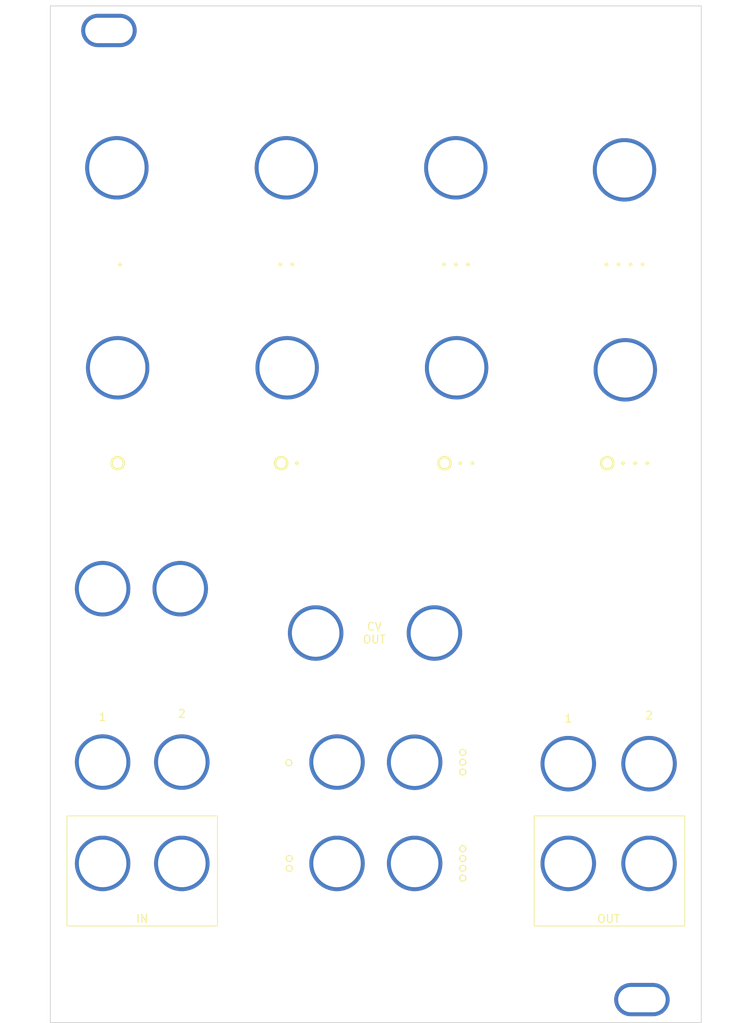
<source format=kicad_pcb>
(kicad_pcb (version 20211014) (generator pcbnew)
  (layers (0 "F.Cu" signal) (31 "B.Cu" signal) (34 "B.Paste" user) (35 "F.Paste" user) (36 "B.SilkS" user "B.Silkscreen") (37 "F.SilkS" user "F.Silkscreen") (38 "B.Mask" user) (39 "F.Mask" user) (44 "Edge.Cuts" user))
  (net 0 "")
  (footprint "" (layer "F.Cu") (at 116.4 110.43075)
    (fp_text reference "" (at 0 0) (layer "F.SilkS") (effects (font (size 1.27 1.27))))
    (fp_text value "" (at 0 0) (layer "F.SilkS") (effects (font (size 1.27 1.27))))
    (pad "" np_thru_hole circle (at 0 0 180) (size 3 3) (drill 3) (layers *.Cu *.Mask))
  )
  (footprint "" (layer "F.Cu") (at 126.4 110.23075)
    (fp_text reference "" (at 0 0) (layer "F.SilkS") (effects (font (size 1.27 1.27))))
    (fp_text value "" (at 0 0) (layer "F.SilkS") (effects (font (size 1.27 1.27))))
    (pad "" np_thru_hole circle (at 0 0 180) (size 3 3) (drill 3) (layers *.Cu *.Mask))
  )
  (footprint "" (layer "F.Cu") (at 184.5 150.3)
    (fp_text reference "" (at 0 0) (layer "F.SilkS") (effects (font (size 1.27 1.27))))
    (fp_text value "" (at 0 0) (layer "F.SilkS") (effects (font (size 1.27 1.27))))
    (pad "" thru_hole oval locked (at 0 0) (size 7 4.2) (drill oval 6 3.2) (layers *.Cu *.Mask))
  )
  (footprint "benjiaomodular:MountingHole_M3" (layer "F.Cu") (at 117.2 27.9)
    (fp_text reference "REF**")
    (fp_text value "MountingHole_M3")
    (pad "" thru_hole oval locked (at 0 0) (size 7 4.2) (drill oval 6 3.2) (layers *.Cu *.Mask))
  )
  (footprint "benjiaomodular:PanelHole_AudioJack_3.5mm" (layer "B.Cu") (at 175.2 114 180)
    (fp_text reference "REF**")
    (fp_text value "PanelHole_AudioJack_3.5mm")
    (pad "" thru_hole circle locked (at 0 -6.5) (size 7 7) (drill 6) (layers *.Cu *.Mask))
  )
  (footprint "" (layer "B.Cu") (at 145.8 95.2 180)
    (fp_text reference "" (at 0 0) (layer "B.SilkS") (effects (font (size 1.27 1.27)) (justify mirror)))
    (fp_text value "" (at 0 0) (layer "B.SilkS") (effects (font (size 1.27 1.27)) (justify mirror)))
    (pad "" np_thru_hole circle (at 0 0 180) (size 3 3) (drill 3) (layers *.Cu *.Mask))
  )
  (footprint "" (layer "B.Cu") (at 155.6 95.2 180)
    (fp_text reference "" (at 0 0) (layer "B.SilkS") (effects (font (size 1.27 1.27)) (justify mirror)))
    (fp_text value "" (at 0 0) (layer "B.SilkS") (effects (font (size 1.27 1.27)) (justify mirror)))
    (pad "" np_thru_hole circle (at 0 0 180) (size 3 3) (drill 3) (layers *.Cu *.Mask))
  )
  (footprint "benjiaomodular:PanelHole_Potentiometer_RV09" (layer "B.Cu") (at 184.9 78.2575 90)
    (fp_text reference "REF**" hide)
    (fp_text value "PanelHole_Potentiometer_RV09" hide)
    (pad "" thru_hole circle locked (at 7.5 -2.5) (size 8 8) (drill 7) (layers *.Cu *.Mask))
  )
  (footprint "" (layer "B.Cu") (at 185.4 110.2 180)
    (fp_text reference "" (at 0 0) (layer "B.SilkS") (effects (font (size 1.27 1.27)) (justify mirror)))
    (fp_text value "" (at 0 0) (layer "B.SilkS") (effects (font (size 1.27 1.27)) (justify mirror)))
    (pad "" np_thru_hole circle (at 0 0 180) (size 3 3) (drill 3) (layers *.Cu *.Mask))
  )
  (footprint "benjiaomodular:PanelHole_Potentiometer_RV09" (layer "B.Cu") (at 120.7 52.7425 90)
    (fp_text reference "REF**" hide)
    (fp_text value "PanelHole_Potentiometer_RV09" hide)
    (pad "" thru_hole circle locked (at 7.5 -2.5) (size 8 8) (drill 7) (layers *.Cu *.Mask))
  )
  (footprint "benjiaomodular:PanelHole_ToggleSwitch_MTS-101" (layer "B.Cu") (at 116.4 98.4 180)
    (fp_text reference "REF**")
    (fp_text value "PanelHole_ToggleSwitch_MTS-101")
    (pad "" thru_hole circle locked (at 0 0 270) (size 7 7) (drill 6) (layers *.Cu *.Mask))
  )
  (footprint "benjiaomodular:PanelHole_AudioJack_3.5mm" (layer "B.Cu") (at 164.8 104 90)
    (fp_text reference "REF**")
    (fp_text value "PanelHole_AudioJack_3.5mm")
    (pad "" thru_hole circle locked (at 0 -6.5 270) (size 7 7) (drill 6) (layers *.Cu *.Mask))
  )
  (footprint "benjiaomodular:PanelHole_Potentiometer_RV09" (layer "B.Cu") (at 142.2 78 90)
    (fp_text reference "REF**" hide)
    (fp_text value "PanelHole_Potentiometer_RV09" hide)
    (pad "" thru_hole circle locked (at 7.5 -2.5) (size 8 8) (drill 7) (layers *.Cu *.Mask))
  )
  (footprint "benjiaomodular:PanelHole_AudioJack_3.5mm" (layer "B.Cu") (at 155.8 113.82 180)
    (fp_text reference "REF**")
    (fp_text value "PanelHole_AudioJack_3.5mm")
    (pad "" thru_hole circle locked (at 0 -6.5) (size 7 7) (drill 6) (layers *.Cu *.Mask))
  )
  (footprint "benjiaomodular:PanelHole_AudioJack_3.5mm" (layer "B.Cu") (at 126.4 113.8 180)
    (fp_text reference "REF**")
    (fp_text value "PanelHole_AudioJack_3.5mm")
    (pad "" thru_hole circle locked (at 0 -6.5) (size 7 7) (drill 6) (layers *.Cu *.Mask))
  )
  (footprint "benjiaomodular:PanelHole_AudioJack_3.5mm" (layer "B.Cu") (at 116.4 113.8 180)
    (fp_text reference "REF**")
    (fp_text value "PanelHole_AudioJack_3.5mm")
    (pad "" thru_hole circle locked (at 0 -6.5) (size 7 7) (drill 6) (layers *.Cu *.Mask))
  )
  (footprint "benjiaomodular:PanelHole_AudioJack_3.5mm" (layer "B.Cu") (at 185.4 139.6)
    (fp_text reference "REF**")
    (fp_text value "PanelHole_AudioJack_3.5mm")
    (pad "" thru_hole circle locked (at 0 -6.5 180) (size 7 7) (drill 6) (layers *.Cu *.Mask))
  )
  (footprint "benjiaomodular:PanelHole_Potentiometer_RV09" (layer "B.Cu") (at 184.8 53 90)
    (fp_text reference "REF**" hide)
    (fp_text value "PanelHole_Potentiometer_RV09" hide)
    (pad "" thru_hole circle locked (at 7.5 -2.5) (size 8 8) (drill 7) (layers *.Cu *.Mask))
  )
  (footprint "benjiaomodular:PanelHole_AudioJack_3.5mm" (layer "B.Cu") (at 175.2 139.6)
    (fp_text reference "REF**")
    (fp_text value "PanelHole_AudioJack_3.5mm")
    (pad "" thru_hole circle locked (at 0 -6.5 180) (size 7 7) (drill 6) (layers *.Cu *.Mask))
  )
  (footprint "benjiaomodular:PanelHole_Potentiometer_RV09" (layer "B.Cu") (at 163.5 52.7425 90)
    (fp_text reference "REF**" hide)
    (fp_text value "PanelHole_Potentiometer_RV09" hide)
    (pad "" thru_hole circle locked (at 7.5 -2.5) (size 8 8) (drill 7) (layers *.Cu *.Mask))
  )
  (footprint "benjiaomodular:PanelHole_AudioJack_3.5mm" (layer "B.Cu") (at 185.4 114 180)
    (fp_text reference "REF**")
    (fp_text value "PanelHole_AudioJack_3.5mm")
    (pad "" thru_hole circle locked (at 0 -6.5) (size 7 7) (drill 6) (layers *.Cu *.Mask))
  )
  (footprint "benjiaomodular:PanelHole_Potentiometer_RV09" (layer "B.Cu") (at 120.8 78 90)
    (fp_text reference "REF**" hide)
    (fp_text value "PanelHole_Potentiometer_RV09" hide)
    (pad "" thru_hole circle locked (at 7.5 -2.5) (size 8 8) (drill 7) (layers *.Cu *.Mask))
  )
  (footprint "" (layer "B.Cu") (at 145.8 88.2 180)
    (fp_text reference "" (at 0 0) (layer "B.SilkS") (effects (font (size 1.27 1.27)) (justify mirror)))
    (fp_text value "" (at 0 0) (layer "B.SilkS") (effects (font (size 1.27 1.27)) (justify mirror)))
    (pad "" np_thru_hole circle (at 0 0 180) (size 3 3) (drill 3) (layers *.Cu *.Mask))
  )
  (footprint "benjiaomodular:PanelHole_AudioJack_3.5mm" (layer "B.Cu") (at 126.4 139.6)
    (fp_text reference "REF**")
    (fp_text value "PanelHole_AudioJack_3.5mm")
    (pad "" thru_hole circle locked (at 0 -6.5 180) (size 7 7) (drill 6) (layers *.Cu *.Mask))
  )
  (footprint "benjiaomodular:PanelHole_AudioJack_3.5mm" (layer "B.Cu") (at 146 139.6)
    (fp_text reference "REF**")
    (fp_text value "PanelHole_AudioJack_3.5mm")
    (pad "" thru_hole circle locked (at 0 -6.5 180) (size 7 7) (drill 6) (layers *.Cu *.Mask))
  )
  (footprint "benjiaomodular:PanelHole_AudioJack_3.5mm" (layer "B.Cu") (at 155.8 139.6)
    (fp_text reference "REF**")
    (fp_text value "PanelHole_AudioJack_3.5mm")
    (pad "" thru_hole circle locked (at 0 -6.5 180) (size 7 7) (drill 6) (layers *.Cu *.Mask))
  )
  (footprint "" (layer "B.Cu") (at 175.2 110.2 180)
    (fp_text reference "" (at 0 0) (layer "B.SilkS") (effects (font (size 1.27 1.27)) (justify mirror)))
    (fp_text value "" (at 0 0) (layer "B.SilkS") (effects (font (size 1.27 1.27)) (justify mirror)))
    (pad "" np_thru_hole circle (at 0 0 180) (size 3 3) (drill 3) (layers *.Cu *.Mask))
  )
  (footprint "benjiaomodular:PanelHole_AudioJack_3.5mm" (layer "B.Cu") (at 146 113.8 180)
    (fp_text reference "REF**")
    (fp_text value "PanelHole_AudioJack_3.5mm")
    (pad "" thru_hole circle locked (at 0 -6.5) (size 7 7) (drill 6) (layers *.Cu *.Mask))
  )
  (footprint "benjiaomodular:PanelHole_Potentiometer_RV09" (layer "B.Cu") (at 163.6 78 90)
    (fp_text reference "REF**" hide)
    (fp_text value "PanelHole_Potentiometer_RV09" hide)
    (pad "" thru_hole circle locked (at 7.5 -2.5) (size 8 8) (drill 7) (layers *.Cu *.Mask))
  )
  (footprint "benjiaomodular:PanelHole_ToggleSwitch_MTS-101" (layer "B.Cu") (at 126.2 98.4 180)
    (fp_text reference "REF**")
    (fp_text value "PanelHole_ToggleSwitch_MTS-101")
    (pad "" thru_hole circle locked (at 0 0 270) (size 7 7) (drill 6) (layers *.Cu *.Mask))
  )
  (footprint "MountingHole:MountingHole_3mm" (layer "B.Cu") (at 155.6 88.2 180)
    (fp_text reference "REF**" hide)
    (fp_text value "MountingHole_3mm")
    (pad "" np_thru_hole circle (at 0 0 180) (size 3 3) (drill 3) (layers *.Cu *.Mask))
  )
  (footprint "benjiaomodular:PanelHole_AudioJack_3.5mm" (layer "B.Cu") (at 116.4 139.6)
    (fp_text reference "REF**")
    (fp_text value "PanelHole_AudioJack_3.5mm")
    (pad "" thru_hole circle locked (at 0 -6.5 180) (size 7 7) (drill 6) (layers *.Cu *.Mask))
  )
  (footprint "benjiaomodular:PanelHole_AudioJack_3.5mm" (layer "B.Cu") (at 136.8 104 -90)
    (fp_text reference "REF**")
    (fp_text value "PanelHole_AudioJack_3.5mm")
    (pad "" thru_hole circle locked (at 0 -6.5 90) (size 7 7) (drill 6) (layers *.Cu *.Mask))
  )
  (footprint "benjiaomodular:PanelHole_Potentiometer_RV09" (layer "B.Cu") (at 142.1 52.7425 90)
    (fp_text reference "REF**" hide)
    (fp_text value "PanelHole_Potentiometer_RV09" hide)
    (pad "" thru_hole circle locked (at 7.5 -2.5) (size 8 8) (drill 7) (layers *.Cu *.Mask))
  )
  (gr_rect (start 170.9 127.1) (end 189.9 141) (layer "F.SilkS") (width 0.12) (fill none))
  (gr_rect (start 111.9 127.1) (end 130.9 141) (layer "F.SilkS") (width 0.12) (fill none))
  (gr_rect (start 109.8 24.8) (end 192 153.2) (layer "Edge.Cuts") (width 0.1) (fill none))
  (gr_text "○○○○" (at 161.8 133.100001 90) (layer "F.SilkS") (effects (font (size 1 1))))
  (gr_text "····" (at 182.3 57.3) (layer "F.SilkS") (effects (font (size 2 2) (thickness 0.3))))
  (gr_text "○·" (at 139.7 82.4) (layer "F.SilkS") (effects (font (size 2 2) (thickness 0.3))))
  (gr_text "2" (at 185.4 114.4) (layer "F.SilkS") (effects (font (size 1 1))))
  (gr_text "1" (at 175.2 114.8) (layer "F.SilkS") (effects (font (size 1 1))))
  (gr_text "○○" (at 139.9 133.1 90) (layer "F.SilkS") (effects (font (size 1 1))))
  (gr_text "···" (at 161 57.3) (layer "F.SilkS") (effects (font (size 2 2) (thickness 0.3))))
  (gr_text "IN" (at 121.4 140.1) (layer "F.SilkS") (effects (font (size 1 1))))
  (gr_text "○··" (at 161.1 82.4) (layer "F.SilkS") (effects (font (size 2 2) (thickness 0.3))))
  (gr_text "CV\nOUT" (at 150.7 104) (layer "F.SilkS") (effects (font (size 1 1))))
  (gr_text "○" (at 139.9 120.3) (layer "F.SilkS") (effects (font (size 1 1))))
  (gr_text "OUT" (at 180.3 140.1) (layer "F.SilkS") (effects (font (size 1 1))))
  (gr_text "1" (at 116.4 114.6) (layer "F.SilkS") (effects (font (size 1 1))))
  (gr_text "○" (at 118.3 82.4) (layer "F.SilkS") (effects (font (size 2 2) (thickness 0.3))))
  (gr_text "○○○" (at 161.8 120.32 90) (layer "F.SilkS") (effects (font (size 1 1))))
  (gr_text "2" (at 126.4 114.2) (layer "F.SilkS") (effects (font (size 1 1))))
  (gr_text "○···" (at 182.4 82.4) (layer "F.SilkS") (effects (font (size 2 2) (thickness 0.3))))
  (gr_text "·" (at 118.6 57.3) (layer "F.SilkS") (effects (font (size 2 2) (thickness 0.3))))
  (gr_text "··" (at 139.6 57.3) (layer "F.SilkS") (effects (font (size 2 2) (thickness 0.3))))
)
</source>
